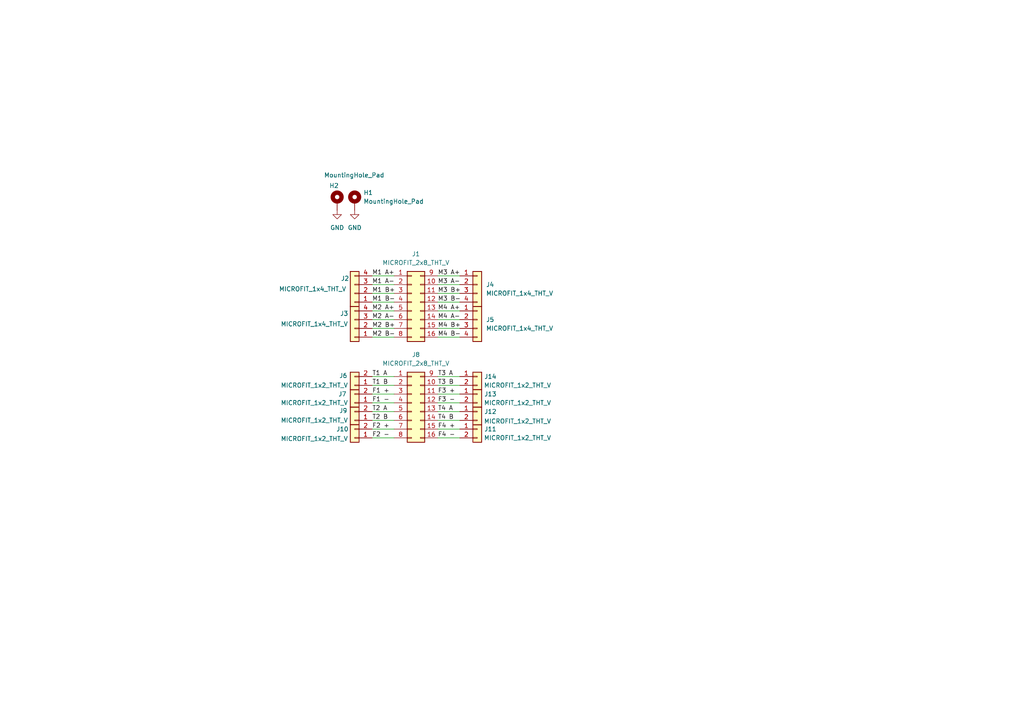
<source format=kicad_sch>
(kicad_sch (version 20250114) (generator "eeschema") (generator_version "9.0")
  (paper "A4")
  (lib_symbols
    (symbol "Connector_Generic:Conn_01x02" (pin_names (offset 1.016) (hide yes))
      (property "Reference" "J" (at 0 2.54 0))
      (property "Value" "Conn_01x02" (at 0 -5.08 0))
      (symbol "Conn_01x02_1_1"
        (rectangle (start -1.27 1.27) (end 1.27 -3.81) (stroke (width 0.254)) (fill (type background)))
        (rectangle (start -1.27 0.127) (end 0 -0.127) (stroke (width 0.1524)))
        (rectangle (start -1.27 -2.413) (end 0 -2.667) (stroke (width 0.1524)))
        (pin passive line (at -5.08 0 0) (length 3.81) (name "Pin_1") (number "1"))
        (pin passive line (at -5.08 -2.54 0) (length 3.81) (name "Pin_2") (number "2"))
      )
    )
    (symbol "Connector_Generic:Conn_01x04" (pin_names (offset 1.016) (hide yes))
      (property "Reference" "J" (at 0 5.08 0))
      (property "Value" "Conn_01x04" (at 0 -7.62 0))
      (symbol "Conn_01x04_1_1"
        (rectangle (start -1.27 3.81) (end 1.27 -6.35) (stroke (width 0.254)) (fill (type background)))
        (rectangle (start -1.27 2.667) (end 0 2.413) (stroke (width 0.1524)))
        (rectangle (start -1.27 0.127) (end 0 -0.127) (stroke (width 0.1524)))
        (rectangle (start -1.27 -2.413) (end 0 -2.667) (stroke (width 0.1524)))
        (rectangle (start -1.27 -4.953) (end 0 -5.207) (stroke (width 0.1524)))
        (pin passive line (at -5.08 2.54 0) (length 3.81) (name "Pin_1") (number "1"))
        (pin passive line (at -5.08 0 0) (length 3.81) (name "Pin_2") (number "2"))
        (pin passive line (at -5.08 -2.54 0) (length 3.81) (name "Pin_3") (number "3"))
        (pin passive line (at -5.08 -5.08 0) (length 3.81) (name "Pin_4") (number "4"))
      )
    )
    (symbol "Connector_Generic:Conn_02x08_Top_Bottom" (pin_names (offset 1.016) (hide yes))
      (property "Reference" "J" (at 1.27 10.16 0))
      (property "Value" "Conn_02x08_Top_Bottom" (at 1.27 -12.7 0))
      (symbol "Conn_02x08_Top_Bottom_1_1"
        (rectangle (start -1.27 8.89) (end 3.81 -11.43) (stroke (width 0.254)) (fill (type background)))
        (rectangle (start -1.27 7.747) (end 0 7.493) (stroke (width 0.1524)))
        (rectangle (start -1.27 5.207) (end 0 4.953) (stroke (width 0.1524)))
        (rectangle (start -1.27 2.667) (end 0 2.413) (stroke (width 0.1524)))
        (rectangle (start -1.27 0.127) (end 0 -0.127) (stroke (width 0.1524)))
        (rectangle (start -1.27 -2.413) (end 0 -2.667) (stroke (width 0.1524)))
        (rectangle (start -1.27 -4.953) (end 0 -5.207) (stroke (width 0.1524)))
        (rectangle (start -1.27 -7.493) (end 0 -7.747) (stroke (width 0.1524)))
        (rectangle (start -1.27 -10.033) (end 0 -10.287) (stroke (width 0.1524)))
        (rectangle (start 3.81 7.747) (end 2.54 7.493) (stroke (width 0.1524)))
        (rectangle (start 3.81 5.207) (end 2.54 4.953) (stroke (width 0.1524)))
        (rectangle (start 3.81 2.667) (end 2.54 2.413) (stroke (width 0.1524)))
        (rectangle (start 3.81 0.127) (end 2.54 -0.127) (stroke (width 0.1524)))
        (rectangle (start 3.81 -2.413) (end 2.54 -2.667) (stroke (width 0.1524)))
        (rectangle (start 3.81 -4.953) (end 2.54 -5.207) (stroke (width 0.1524)))
        (rectangle (start 3.81 -7.493) (end 2.54 -7.747) (stroke (width 0.1524)))
        (rectangle (start 3.81 -10.033) (end 2.54 -10.287) (stroke (width 0.1524)))
        (pin passive line (at -5.08 7.62 0) (length 3.81) (name "Pin_1") (number "1"))
        (pin passive line (at -5.08 5.08 0) (length 3.81) (name "Pin_2") (number "2"))
        (pin passive line (at -5.08 2.54 0) (length 3.81) (name "Pin_3") (number "3"))
        (pin passive line (at -5.08 0 0) (length 3.81) (name "Pin_4") (number "4"))
        (pin passive line (at -5.08 -2.54 0) (length 3.81) (name "Pin_5") (number "5"))
        (pin passive line (at -5.08 -5.08 0) (length 3.81) (name "Pin_6") (number "6"))
        (pin passive line (at -5.08 -7.62 0) (length 3.81) (name "Pin_7") (number "7"))
        (pin passive line (at -5.08 -10.16 0) (length 3.81) (name "Pin_8") (number "8"))
        (pin passive line (at 7.62 7.62 180) (length 3.81) (name "Pin_9") (number "9"))
        (pin passive line (at 7.62 5.08 180) (length 3.81) (name "Pin_10") (number "10"))
        (pin passive line (at 7.62 2.54 180) (length 3.81) (name "Pin_11") (number "11"))
        (pin passive line (at 7.62 0 180) (length 3.81) (name "Pin_12") (number "12"))
        (pin passive line (at 7.62 -2.54 180) (length 3.81) (name "Pin_13") (number "13"))
        (pin passive line (at 7.62 -5.08 180) (length 3.81) (name "Pin_14") (number "14"))
        (pin passive line (at 7.62 -7.62 180) (length 3.81) (name "Pin_15") (number "15"))
        (pin passive line (at 7.62 -10.16 180) (length 3.81) (name "Pin_16") (number "16"))
      )
    )
    (symbol "Mechanical:MountingHole_Pad" (pin_numbers (hide yes)) (pin_names (offset 1.016) (hide yes)) (in_bom no)
      (property "Reference" "H" (at 0 6.35 0))
      (property "Value" "MountingHole_Pad" (at 0 4.445 0))
      (symbol "MountingHole_Pad_0_1"
        (circle (center 0 1.27) (radius 1.27) (stroke (width 1.27)))
      )
      (symbol "MountingHole_Pad_1_1"
        (pin input line (at 0 -2.54 90) (length 2.54) (name "1") (number "1"))
      )
    )
    (symbol "power:GND" (power) (pin_numbers (hide yes)) (pin_names (offset 0) (hide yes))
      (property "Value" "GND" (at 0 -3.81 0))
      (symbol "GND_0_1"
        (polyline (pts (xy 0 0) (xy 0 -1.27) (xy 1.27 -1.27) (xy 0 -2.54) (xy -1.27 -1.27) (xy 0 -1.27)))
      )
      (symbol "GND_1_1"
        (pin power_in line (at 0 0 270) (length 0) (name "~") (number "1"))
      )
    )
  )
  (wire (pts (xy 127 119.38) (xy 133.35 119.38)))
  (wire (pts (xy 127 85.09) (xy 133.35 85.09)))
  (wire (pts (xy 127 121.92) (xy 133.35 121.92)))
  (wire (pts (xy 107.95 97.79) (xy 114.3 97.79)))
  (wire (pts (xy 127 90.17) (xy 133.35 90.17)))
  (wire (pts (xy 127 82.55) (xy 133.35 82.55)))
  (wire (pts (xy 127 109.22) (xy 133.35 109.22)))
  (wire (pts (xy 127 92.71) (xy 133.35 92.71)))
  (wire (pts (xy 107.95 116.84) (xy 114.3 116.84)))
  (wire (pts (xy 107.95 95.25) (xy 114.3 95.25)))
  (wire (pts (xy 107.95 87.63) (xy 114.3 87.63)))
  (wire (pts (xy 107.95 119.38) (xy 114.3 119.38)))
  (wire (pts (xy 107.95 82.55) (xy 114.3 82.55)))
  (wire (pts (xy 127 80.01) (xy 133.35 80.01)))
  (wire (pts (xy 127 124.46) (xy 133.35 124.46)))
  (wire (pts (xy 107.95 111.76) (xy 114.3 111.76)))
  (wire (pts (xy 107.95 127) (xy 114.3 127)))
  (wire (pts (xy 127 127) (xy 133.35 127)))
  (wire (pts (xy 127 116.84) (xy 133.35 116.84)))
  (wire (pts (xy 107.95 85.09) (xy 114.3 85.09)))
  (wire (pts (xy 107.95 109.22) (xy 114.3 109.22)))
  (wire (pts (xy 107.95 124.46) (xy 114.3 124.46)))
  (wire (pts (xy 107.95 80.01) (xy 114.3 80.01)))
  (wire (pts (xy 127 114.3) (xy 133.35 114.3)))
  (wire (pts (xy 107.95 92.71) (xy 114.3 92.71)))
  (wire (pts (xy 107.95 121.92) (xy 114.3 121.92)))
  (wire (pts (xy 107.95 90.17) (xy 114.3 90.17)))
  (wire (pts (xy 107.95 114.3) (xy 114.3 114.3)))
  (wire (pts (xy 127 87.63) (xy 133.35 87.63)))
  (wire (pts (xy 127 95.25) (xy 133.35 95.25)))
  (wire (pts (xy 127 97.79) (xy 133.35 97.79)))
  (wire (pts (xy 127 111.76) (xy 133.35 111.76)))
  (label "T3 B" (at 127 111.76 0))
  (label "F2 -" (at 107.95 127 0))
  (label "M1 A+" (at 107.95 80.01 0))
  (label "F1 +" (at 107.95 114.3 0))
  (label "T1 A" (at 107.95 109.22 0))
  (label "F3 +" (at 127 114.3 0))
  (label "F3 -" (at 127 116.84 0))
  (label "M3 B-" (at 127 87.63 0))
  (label "M3 B+" (at 127 85.09 0))
  (label "M4 B+" (at 127 95.25 0))
  (label "T4 A" (at 127 119.38 0))
  (label "M1 A-" (at 107.95 82.55 0))
  (label "T3 A" (at 127 109.22 0))
  (label "M2 B+" (at 107.95 95.25 0))
  (label "T2 A" (at 107.95 119.38 0))
  (label "F2 +" (at 107.95 124.46 0))
  (label "M1 B+" (at 107.95 85.09 0))
  (label "T2 B" (at 107.95 121.92 0))
  (label "M4 A+" (at 127 90.17 0))
  (label "M2 B-" (at 107.95 97.79 0))
  (label "M3 A-" (at 127 82.55 0))
  (label "M4 A-" (at 127 92.71 0))
  (label "F1 -" (at 107.95 116.84 0))
  (label "M2 A-" (at 107.95 92.71 0))
  (label "F4 +" (at 127 124.46 0))
  (label "T4 B" (at 127 121.92 0))
  (label "M4 B-" (at 127 97.79 0))
  (label "F4 -" (at 127 127 0))
  (label "M2 A+" (at 107.95 90.17 0))
  (label "M3 A+" (at 127 80.01 0))
  (label "T1 B" (at 107.95 111.76 0))
  (label "M1 B-" (at 107.95 87.63 0))
  (symbol (lib_id "Connector_Generic:Conn_01x02") (at 138.43 114.3 0) (unit 1)
    (property "Reference" "J13" (at 142.24 114.3 0))
    (property "Value" "MICROFIT_1x2_THT_V" (at 150.114 116.84 0))
    (property "Footprint" "Connector_Molex:Molex_Nano-Fit_105309-xx02_1x02_P2.50mm_Vertical" (effects (hide yes)))
    (property "Description" "Generic connector, single row, 01x02, script generated (kicad-library-utils/schlib/autogen/connector/)" (effects (hide yes)))
  )
  (symbol (lib_id "Mechanical:MountingHole_Pad") (at 102.87 58.42 0) (unit 1) (in_bom no)
    (property "Reference" "H1" (at 105.41 55.8799 0) (effects (justify left)))
    (property "Value" "MountingHole_Pad" (at 105.41 58.4199 0) (effects (justify left)))
    (property "Footprint" "MountingHole:MountingHole_3.2mm_M3_DIN965_Pad" (effects (hide yes)))
    (property "Description" "Mounting Hole with connection" (effects (hide yes)))
  )
  (symbol (lib_id "Connector_Generic:Conn_01x04") (at 138.43 82.55 0) (unit 1)
    (property "Reference" "J4" (at 140.97 82.5499 0) (effects (justify left)))
    (property "Value" "MICROFIT_1x4_THT_V" (at 140.97 85.0899 0) (effects (justify left)))
    (property "Footprint" "Connector_Molex:Molex_Nano-Fit_105309-xx04_1x04_P2.50mm_Vertical" (effects (hide yes)))
    (property "Description" "Generic connector, single row, 01x04, script generated (kicad-library-utils/schlib/autogen/connector/)" (effects (hide yes)))
  )
  (symbol (lib_id "power:GND") (at 102.87 60.96 0) (unit 1)
    (property "Reference" "#PWR02" (effects (hide yes)))
    (property "Value" "GND" (at 102.87 66.04 0))
    (property "Description" "Power symbol creates a global label with name \"GND\" , ground" (effects (hide yes)))
  )
  (symbol (lib_id "Mechanical:MountingHole_Pad") (at 97.79 58.42 0) (unit 1) (in_bom no)
    (property "Reference" "H2" (at 95.504 53.848 0) (effects (justify left)))
    (property "Value" "MountingHole_Pad" (at 93.98 50.8 0) (effects (justify left)))
    (property "Footprint" "MountingHole:MountingHole_3.2mm_M3_DIN965_Pad" (effects (hide yes)))
    (property "Description" "Mounting Hole with connection" (effects (hide yes)))
  )
  (symbol (lib_id "Connector_Generic:Conn_01x02") (at 138.43 124.46 0) (unit 1)
    (property "Reference" "J11" (at 142.24 124.46 0))
    (property "Value" "MICROFIT_1x2_THT_V" (at 150.114 127 0))
    (property "Footprint" "Connector_Molex:Molex_Nano-Fit_105309-xx02_1x02_P2.50mm_Vertical" (effects (hide yes)))
    (property "Description" "Generic connector, single row, 01x02, script generated (kicad-library-utils/schlib/autogen/connector/)" (effects (hide yes)))
  )
  (symbol (lib_id "Connector_Generic:Conn_01x02") (at 138.43 109.22 0) (unit 1)
    (property "Reference" "J14" (at 142.24 109.22 0))
    (property "Value" "MICROFIT_1x2_THT_V" (at 150.114 111.76 0))
    (property "Footprint" "Connector_Molex:Molex_Nano-Fit_105309-xx02_1x02_P2.50mm_Vertical" (effects (hide yes)))
    (property "Description" "Generic connector, single row, 01x02, script generated (kicad-library-utils/schlib/autogen/connector/)" (effects (hide yes)))
  )
  (symbol (lib_id "Connector_Generic:Conn_01x04") (at 138.43 92.71 0) (unit 1)
    (property "Reference" "J5" (at 140.97 92.7099 0) (effects (justify left)))
    (property "Value" "MICROFIT_1x4_THT_V" (at 140.97 95.2499 0) (effects (justify left)))
    (property "Footprint" "Connector_Molex:Molex_Nano-Fit_105309-xx04_1x04_P2.50mm_Vertical" (effects (hide yes)))
    (property "Description" "Generic connector, single row, 01x04, script generated (kicad-library-utils/schlib/autogen/connector/)" (effects (hide yes)))
  )
  (symbol (lib_id "Connector_Generic:Conn_01x04") (at 102.87 85.09 180) (unit 1)
    (property "Reference" "J2" (at 100.076 80.772 0))
    (property "Value" "MICROFIT_1x4_THT_V" (at 90.678 83.82 0))
    (property "Footprint" "Connector_Molex:Molex_Nano-Fit_105309-xx04_1x04_P2.50mm_Vertical" (effects (hide yes)))
    (property "Description" "Generic connector, single row, 01x04, script generated (kicad-library-utils/schlib/autogen/connector/)" (effects (hide yes)))
  )
  (symbol (lib_id "Connector_Generic:Conn_01x02") (at 102.87 111.76 180) (unit 1)
    (property "Reference" "J6" (at 99.568 108.966 0))
    (property "Value" "MICROFIT_1x2_THT_V" (at 91.186 111.76 0))
    (property "Footprint" "Connector_Molex:Molex_Nano-Fit_105309-xx02_1x02_P2.50mm_Vertical" (effects (hide yes)))
    (property "Description" "Generic connector, single row, 01x02, script generated (kicad-library-utils/schlib/autogen/connector/)" (effects (hide yes)))
  )
  (symbol (lib_id "Connector_Generic:Conn_01x02") (at 102.87 121.92 180) (unit 1)
    (property "Reference" "J9" (at 99.568 119.126 0))
    (property "Value" "MICROFIT_1x2_THT_V" (at 91.186 121.92 0))
    (property "Footprint" "Connector_Molex:Molex_Nano-Fit_105309-xx02_1x02_P2.50mm_Vertical" (effects (hide yes)))
    (property "Description" "Generic connector, single row, 01x02, script generated (kicad-library-utils/schlib/autogen/connector/)" (effects (hide yes)))
  )
  (symbol (lib_id "Connector_Generic:Conn_02x08_Top_Bottom") (at 119.38 87.63 0) (unit 1)
    (property "Reference" "J1" (at 120.65 73.66 0))
    (property "Value" "MICROFIT_2x8_THT_V" (at 120.65 76.2 0))
    (property "Footprint" "Connector_Molex:Molex_Nano-Fit_105310-xx16_2x08_P2.50mm_Vertical" (effects (hide yes)))
    (property "Description" "Generic connector, double row, 02x08, top/bottom pin numbering scheme (row 1: 1...pins_per_row, row2: pins_per_row+1 ... num_pins), script generated (kicad-library-utils/schlib/autogen/connector/)" (effects (hide yes)))
  )
  (symbol (lib_id "Connector_Generic:Conn_01x02") (at 138.43 119.38 0) (unit 1)
    (property "Reference" "J12" (at 142.24 119.38 0))
    (property "Value" "MICROFIT_1x2_THT_V" (at 150.114 122.174 0))
    (property "Footprint" "Connector_Molex:Molex_Nano-Fit_105309-xx02_1x02_P2.50mm_Vertical" (effects (hide yes)))
    (property "Description" "Generic connector, single row, 01x02, script generated (kicad-library-utils/schlib/autogen/connector/)" (effects (hide yes)))
  )
  (symbol (lib_id "Connector_Generic:Conn_01x02") (at 102.87 116.84 180) (unit 1)
    (property "Reference" "J7" (at 99.314 114.3 0))
    (property "Value" "MICROFIT_1x2_THT_V" (at 91.186 116.84 0))
    (property "Footprint" "Connector_Molex:Molex_Nano-Fit_105309-xx02_1x02_P2.50mm_Vertical" (effects (hide yes)))
    (property "Description" "Generic connector, single row, 01x02, script generated (kicad-library-utils/schlib/autogen/connector/)" (effects (hide yes)))
  )
  (symbol (lib_id "Connector_Generic:Conn_01x02") (at 102.87 127 180) (unit 1)
    (property "Reference" "J10" (at 99.314 124.46 0))
    (property "Value" "MICROFIT_1x2_THT_V" (at 91.186 127.254 0))
    (property "Footprint" "Connector_Molex:Molex_Nano-Fit_105309-xx02_1x02_P2.50mm_Vertical" (effects (hide yes)))
    (property "Description" "Generic connector, single row, 01x02, script generated (kicad-library-utils/schlib/autogen/connector/)" (effects (hide yes)))
  )
  (symbol (lib_id "power:GND") (at 97.79 60.96 0) (unit 1)
    (property "Reference" "#PWR01" (effects (hide yes)))
    (property "Value" "GND" (at 97.79 66.04 0))
    (property "Description" "Power symbol creates a global label with name \"GND\" , ground" (effects (hide yes)))
  )
  (symbol (lib_id "Connector_Generic:Conn_02x08_Top_Bottom") (at 119.38 116.84 0) (unit 1)
    (property "Reference" "J8" (at 120.65 102.87 0))
    (property "Value" "MICROFIT_2x8_THT_V" (at 120.65 105.41 0))
    (property "Footprint" "Connector_Molex:Molex_Nano-Fit_105310-xx16_2x08_P2.50mm_Vertical" (effects (hide yes)))
    (property "Description" "Generic connector, double row, 02x08, top/bottom pin numbering scheme (row 1: 1...pins_per_row, row2: pins_per_row+1 ... num_pins), script generated (kicad-library-utils/schlib/autogen/connector/)" (effects (hide yes)))
  )
  (symbol (lib_id "Connector_Generic:Conn_01x04") (at 102.87 95.25 180) (unit 1)
    (property "Reference" "J3" (at 99.822 90.932 0))
    (property "Value" "MICROFIT_1x4_THT_V" (at 91.186 93.98 0))
    (property "Footprint" "Connector_Molex:Molex_Nano-Fit_105309-xx04_1x04_P2.50mm_Vertical" (effects (hide yes)))
    (property "Description" "Generic connector, single row, 01x04, script generated (kicad-library-utils/schlib/autogen/connector/)" (effects (hide yes)))
  )
)
</source>
